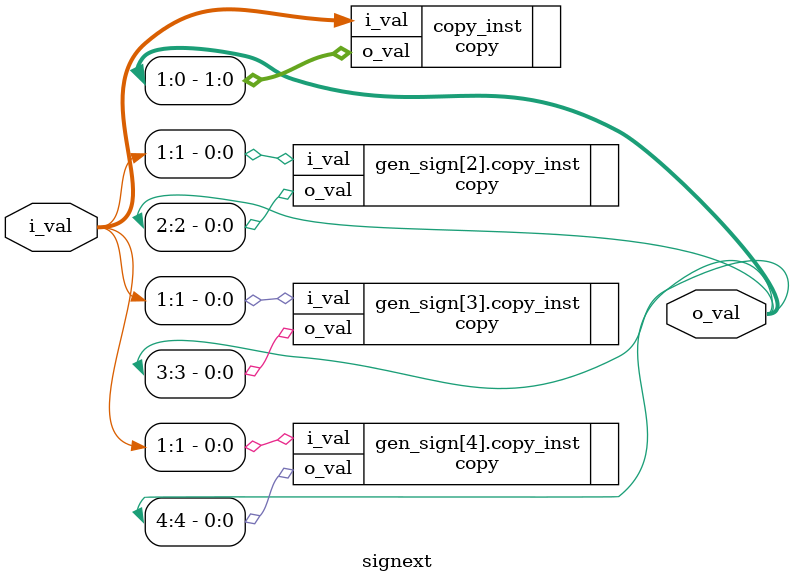
<source format=sv>
/*
 * Sign extension module
 */
module signext #(
    parameter N = 2,
    parameter M = 5
)(
    input  logic [N-1:0] i_val,
    output logic [M-1:0] o_val
);

// Copy value
copy #(
    .WIDTH(N)
) copy_inst (
    .i_val(i_val),
    .o_val(o_val[N-1:0])
);

// Copy sign bit
generate
    genvar i;
    for (i = N; i < M; i = i + 1) begin : gen_sign
        copy #(
            .WIDTH(1)
        ) copy_inst (
            .i_val(i_val[N-1]),
            .o_val(o_val[i])
        );
    end
endgenerate

endmodule


</source>
